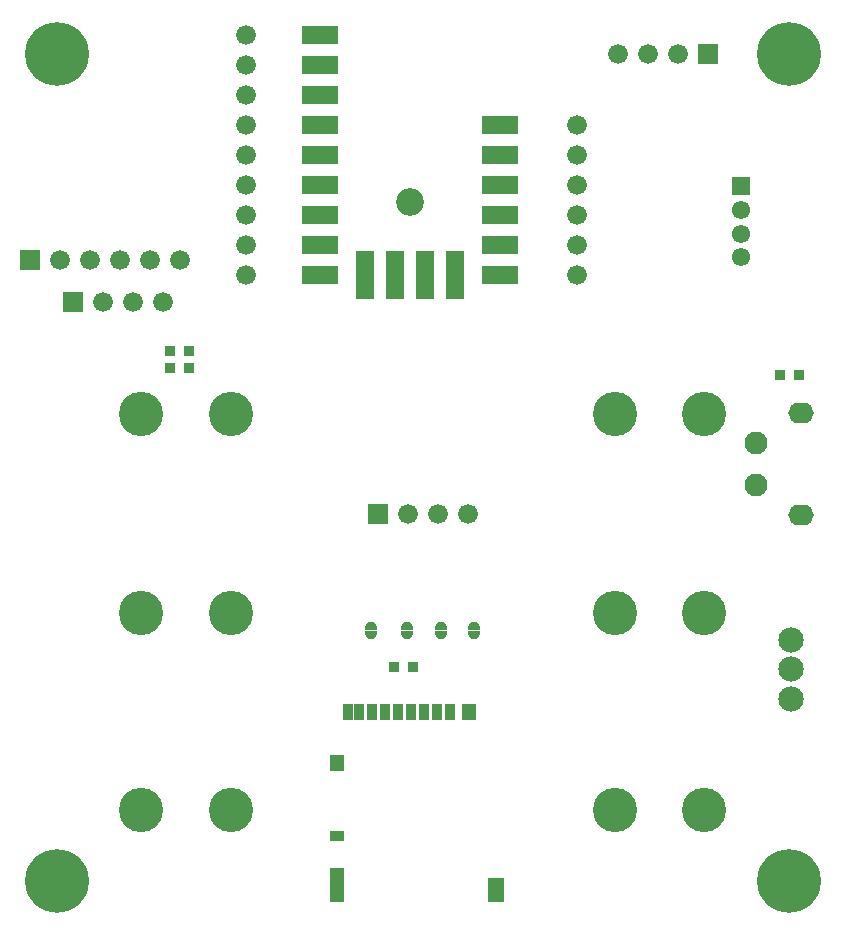
<source format=gts>
G04 DesignSpark PCB Gerber Version 10.0 Build 5299*
%FSLAX35Y35*%
%MOMM*%
%AMT102*0 Bullet Pad at angle 0*4,1,28,-0.47620,-0.37620,0.47620,-0.37620,0.47620,-0.10000,0.47240,-0.04030,0.46120,0.01840,0.44270,0.07530,0.41720,0.12940,0.38520,0.17990,0.34710,0.22600,0.30350,0.26690,0.25510,0.30200,0.20270,0.33080,0.14710,0.35280,0.08920,0.36770,0.02990,0.37520,-0.02990,0.37520,-0.08920,0.36770,-0.14710,0.35280,-0.20270,0.33080,-0.25510,0.30200,-0.30350,0.26690,-0.34710,0.22600,-0.38520,0.17990,-0.41720,0.12940,-0.44270,0.07530,-0.46120,0.01840,-0.47240,-0.04030,-0.47620,-0.10000,-0.47620,-0.37620,0*%
%ADD102T102*%
%ADD97R,0.85240X1.35240*%
%ADD105R,0.95240X0.95240*%
%ADD96R,1.15240X1.35240*%
%ADD99R,1.15240X2.95240*%
%ADD95R,1.45240X2.05240*%
%ADD94R,1.50240X4.05240*%
%ADD122R,1.67640X1.67640*%
%ADD103C,0.95240*%
%ADD109C,1.55240*%
%ADD19C,1.67640*%
%ADD90C,1.95240*%
%ADD100C,2.15240*%
%ADD92C,2.35240*%
%ADD106C,3.75240*%
%ADD121O,2.15240X1.75240*%
%ADD98R,1.15240X0.95240*%
%ADD93R,3.15240X1.50240*%
%ADD101C,5.40240*%
%AMT104*0 Bullet Pad at angle 180*4,1,28,0.47620,0.37620,-0.47620,0.37620,-0.47620,0.10000,-0.47240,0.04030,-0.46120,-0.01840,-0.44270,-0.07530,-0.41720,-0.12940,-0.38520,-0.17990,-0.34710,-0.22600,-0.30350,-0.26690,-0.25510,-0.30200,-0.20270,-0.33080,-0.14710,-0.35280,-0.08920,-0.36770,-0.02990,-0.37520,0.02990,-0.37520,0.08920,-0.36770,0.14710,-0.35280,0.20270,-0.33080,0.25510,-0.30200,0.30350,-0.26690,0.34710,-0.22600,0.38520,-0.17990,0.41720,-0.12940,0.44270,-0.07530,0.46120,-0.01840,0.47240,0.04030,0.47620,0.10000,0.47620,0.37620,0*%
%ADD104T104*%
%ADD108R,1.57240X1.55240*%
%ADD110R,1.68240X1.67640*%
%ADD107R,1.69240X1.67640*%
X0Y0D02*
D02*
D19*
X1369240Y6375240D03*
X1623240D03*
X1736070Y6015240D03*
X1877240Y6375240D03*
X1990070Y6015240D03*
X2131240Y6375240D03*
X2244070Y6015240D03*
X2385240Y6375240D03*
X2945240Y6243240D03*
Y6497240D03*
Y6751240D03*
Y7005240D03*
Y7259240D03*
Y7513240D03*
Y7767240D03*
Y8021240D03*
Y8275240D03*
X4316070Y4225240D03*
X4570070D03*
X4824070D03*
X5745240Y6245240D03*
Y6499240D03*
Y6753240D03*
Y7007240D03*
Y7261240D03*
Y7515240D03*
X6096410Y8115240D03*
X6350410D03*
X6604410D03*
D02*
D90*
X7265240Y4465240D03*
Y4825240D03*
D02*
D92*
X4337240Y6865540D03*
D02*
D93*
X3575240Y6243240D03*
Y6497240D03*
Y6751240D03*
Y7005240D03*
Y7259240D03*
Y7513240D03*
Y7767240D03*
Y8021240D03*
Y8275240D03*
X5099240Y6243240D03*
Y6497240D03*
Y6751240D03*
Y7005240D03*
Y7259240D03*
Y7513240D03*
D02*
D94*
X3956240Y6243240D03*
X4210240D03*
X4464240D03*
X4718240D03*
D02*
D95*
X5065240Y1035240D03*
D02*
D96*
X3715240Y2115240D03*
X4830240Y2545240D03*
D02*
D97*
X3810240D03*
X3905240D03*
X4015240D03*
X4125240D03*
X4235240D03*
X4345240D03*
X4455240D03*
X4565240D03*
X4675240D03*
D02*
D98*
X3715240Y1495240D03*
D02*
D99*
Y1080240D03*
D02*
D100*
X7555240Y2655240D03*
Y2905240D03*
Y3155240D03*
D02*
D101*
X1345240Y1115240D03*
Y8115240D03*
X7545240Y1115240D03*
Y8115240D03*
D02*
D102*
X4005240Y3270240D03*
X4305240D03*
X4595240D03*
X4875240D03*
D02*
D104*
X4005240Y3195240D03*
X4305240D03*
X4595240D03*
X4875240D03*
D02*
D105*
X2300140Y5455240D03*
Y5605240D03*
X2465240Y5455240D03*
Y5605240D03*
X4195240Y2925240D03*
X4360340D03*
X7465240Y5395240D03*
X7630340D03*
D02*
D106*
X2055240Y1715240D03*
Y3385240D03*
Y5065240D03*
X2815240Y1715240D03*
Y3385240D03*
Y5065240D03*
X6065240Y1715240D03*
Y3385240D03*
Y5065240D03*
X6825240Y1715240D03*
Y3385240D03*
Y5065240D03*
D02*
D107*
X1482070Y6015240D03*
D02*
D108*
X7135240Y6995240D03*
D02*
D109*
Y6395240D03*
Y6595240D03*
Y6795240D03*
D02*
D110*
X4062070Y4225240D03*
X6858410Y8115240D03*
D02*
D121*
X7645240Y4213240D03*
Y5077240D03*
D02*
D122*
X1115240Y6375240D03*
X0Y0D02*
M02*

</source>
